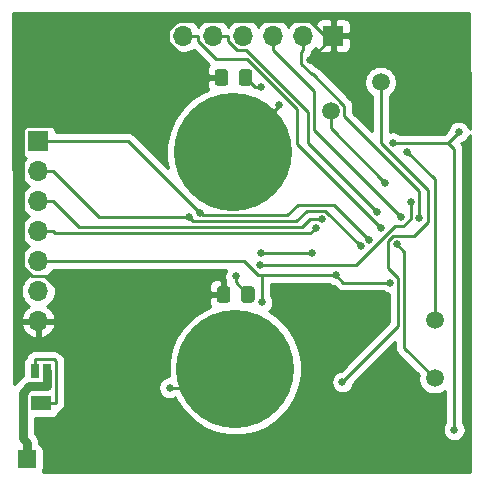
<source format=gbl>
G04 #@! TF.GenerationSoftware,KiCad,Pcbnew,5.1.7-a382d34a8~88~ubuntu18.04.1*
G04 #@! TF.CreationDate,2021-11-20T11:26:47+05:30*
G04 #@! TF.ProjectId,FrontEnd_switch_Normal_v1,46726f6e-7445-46e6-945f-737769746368,rev?*
G04 #@! TF.SameCoordinates,Original*
G04 #@! TF.FileFunction,Copper,L2,Bot*
G04 #@! TF.FilePolarity,Positive*
%FSLAX46Y46*%
G04 Gerber Fmt 4.6, Leading zero omitted, Abs format (unit mm)*
G04 Created by KiCad (PCBNEW 5.1.7-a382d34a8~88~ubuntu18.04.1) date 2021-11-20 11:26:47*
%MOMM*%
%LPD*%
G01*
G04 APERTURE LIST*
G04 #@! TA.AperFunction,SMDPad,CuDef*
%ADD10C,10.000000*%
G04 #@! TD*
G04 #@! TA.AperFunction,ComponentPad*
%ADD11O,1.700000X1.700000*%
G04 #@! TD*
G04 #@! TA.AperFunction,ComponentPad*
%ADD12R,1.700000X1.700000*%
G04 #@! TD*
G04 #@! TA.AperFunction,SMDPad,CuDef*
%ADD13R,0.740000X1.250000*%
G04 #@! TD*
G04 #@! TA.AperFunction,SMDPad,CuDef*
%ADD14R,1.800000X1.250000*%
G04 #@! TD*
G04 #@! TA.AperFunction,ComponentPad*
%ADD15R,1.524000X1.524000*%
G04 #@! TD*
G04 #@! TA.AperFunction,ComponentPad*
%ADD16C,1.500000*%
G04 #@! TD*
G04 #@! TA.AperFunction,ViaPad*
%ADD17C,0.650000*%
G04 #@! TD*
G04 #@! TA.AperFunction,Conductor*
%ADD18C,0.800000*%
G04 #@! TD*
G04 #@! TA.AperFunction,Conductor*
%ADD19C,0.250000*%
G04 #@! TD*
G04 #@! TA.AperFunction,Conductor*
%ADD20C,0.254000*%
G04 #@! TD*
G04 #@! TA.AperFunction,Conductor*
%ADD21C,0.150000*%
G04 #@! TD*
G04 APERTURE END LIST*
G04 #@! TA.AperFunction,SMDPad,CuDef*
G36*
G01*
X115220000Y-85839701D02*
X115220000Y-84939699D01*
G75*
G02*
X115469999Y-84689700I249999J0D01*
G01*
X116120001Y-84689700D01*
G75*
G02*
X116370000Y-84939699I0J-249999D01*
G01*
X116370000Y-85839701D01*
G75*
G02*
X116120001Y-86089700I-249999J0D01*
G01*
X115469999Y-86089700D01*
G75*
G02*
X115220000Y-85839701I0J249999D01*
G01*
G37*
G04 #@! TD.AperFunction*
G04 #@! TA.AperFunction,SMDPad,CuDef*
G36*
G01*
X113170000Y-85839701D02*
X113170000Y-84939699D01*
G75*
G02*
X113419999Y-84689700I249999J0D01*
G01*
X114070001Y-84689700D01*
G75*
G02*
X114320000Y-84939699I0J-249999D01*
G01*
X114320000Y-85839701D01*
G75*
G02*
X114070001Y-86089700I-249999J0D01*
G01*
X113419999Y-86089700D01*
G75*
G02*
X113170000Y-85839701I0J249999D01*
G01*
G37*
G04 #@! TD.AperFunction*
G04 #@! TA.AperFunction,SMDPad,CuDef*
G36*
G01*
X115405000Y-104204001D02*
X115405000Y-103303999D01*
G75*
G02*
X115654999Y-103054000I249999J0D01*
G01*
X116305001Y-103054000D01*
G75*
G02*
X116555000Y-103303999I0J-249999D01*
G01*
X116555000Y-104204001D01*
G75*
G02*
X116305001Y-104454000I-249999J0D01*
G01*
X115654999Y-104454000D01*
G75*
G02*
X115405000Y-104204001I0J249999D01*
G01*
G37*
G04 #@! TD.AperFunction*
G04 #@! TA.AperFunction,SMDPad,CuDef*
G36*
G01*
X113355000Y-104204001D02*
X113355000Y-103303999D01*
G75*
G02*
X113604999Y-103054000I249999J0D01*
G01*
X114255001Y-103054000D01*
G75*
G02*
X114505000Y-103303999I0J-249999D01*
G01*
X114505000Y-104204001D01*
G75*
G02*
X114255001Y-104454000I-249999J0D01*
G01*
X113604999Y-104454000D01*
G75*
G02*
X113355000Y-104204001I0J249999D01*
G01*
G37*
G04 #@! TD.AperFunction*
D10*
X114717000Y-91686400D03*
D11*
X98221900Y-106001000D03*
X98221900Y-103461000D03*
X98221900Y-100921000D03*
X98221900Y-98381000D03*
X98221900Y-95841000D03*
X98221900Y-93301000D03*
D12*
X98221900Y-90761000D03*
D13*
X97928000Y-110220000D03*
D14*
X98458000Y-112970000D03*
D13*
X98988000Y-110220000D03*
D11*
X110523000Y-81833700D03*
X113063000Y-81833700D03*
X115603000Y-81833700D03*
X118143000Y-81833700D03*
X120683000Y-81833700D03*
D12*
X123223000Y-81833700D03*
D15*
X97287100Y-117704000D03*
D10*
X114930000Y-110023000D03*
D16*
X131796000Y-105951000D03*
X131796000Y-110831000D03*
X127223204Y-85774200D03*
X122997000Y-88214200D03*
D17*
X121225700Y-83873300D03*
X107655000Y-91069600D03*
X128008700Y-102736700D03*
X117194300Y-104420600D03*
X123431000Y-102096900D03*
X133834700Y-89994200D03*
X128242500Y-90908600D03*
X133458400Y-115209400D03*
X129483100Y-91698300D03*
X128587800Y-99477800D03*
X127604300Y-94283300D03*
X123995500Y-111150500D03*
X127256600Y-98120600D03*
X126889300Y-96742200D03*
X128949500Y-97148900D03*
X130482500Y-97299200D03*
X111941400Y-96835900D03*
X126266100Y-99111000D03*
X121731100Y-98117700D03*
X122259000Y-97372200D03*
X129781000Y-95946000D03*
X116972100Y-101211500D03*
X109352000Y-111645800D03*
X114956000Y-102214100D03*
X111027900Y-97222600D03*
X125531300Y-99649600D03*
X117113900Y-86172100D03*
X118603100Y-87682900D03*
X117119000Y-100214200D03*
X121424500Y-100214200D03*
D18*
X98988000Y-110220000D02*
X98988000Y-111495300D01*
X97287100Y-117704000D02*
X97287100Y-116291700D01*
X97287100Y-116291700D02*
X96907600Y-115912200D01*
X96907600Y-115912200D02*
X96907600Y-112073400D01*
X96907600Y-112073400D02*
X97485700Y-111495300D01*
X97485700Y-111495300D02*
X98988000Y-111495300D01*
D19*
X122523300Y-81833700D02*
X122523300Y-82575700D01*
X122523300Y-82575700D02*
X121225700Y-83873300D01*
X112242600Y-85389700D02*
X109263000Y-82410100D01*
X109263000Y-82410100D02*
X109263000Y-81348400D01*
X109263000Y-81348400D02*
X110030800Y-80580600D01*
X110030800Y-80580600D02*
X121270200Y-80580600D01*
X121270200Y-80580600D02*
X122523300Y-81833700D01*
X122610400Y-81833700D02*
X122523300Y-81833700D01*
X112242600Y-85389700D02*
X113745000Y-85389700D01*
X107655000Y-89977300D02*
X112242600Y-85389700D01*
X107655000Y-89977300D02*
X107152400Y-89474700D01*
X107152400Y-89474700D02*
X97232800Y-89474700D01*
X97232800Y-89474700D02*
X96937000Y-89770500D01*
X96937000Y-89770500D02*
X96937000Y-101433300D01*
X96937000Y-101433300D02*
X97694700Y-102191000D01*
X97694700Y-102191000D02*
X98790100Y-102191000D01*
X98790100Y-102191000D02*
X101023700Y-104424500D01*
X107655000Y-91069600D02*
X107655000Y-89977300D01*
X101023700Y-104424500D02*
X101694200Y-103754000D01*
X101694200Y-103754000D02*
X113930000Y-103754000D01*
X99447200Y-106001000D02*
X101023700Y-104424500D01*
X123223000Y-81833700D02*
X122610400Y-81833700D01*
X98221900Y-106001000D02*
X99447200Y-106001000D01*
X123431000Y-102096900D02*
X124070800Y-102736700D01*
X124070800Y-102736700D02*
X128008700Y-102736700D01*
X117194300Y-102097500D02*
X123430400Y-102097500D01*
X123430400Y-102097500D02*
X123431000Y-102096900D01*
X99447200Y-100921000D02*
X115691200Y-100921000D01*
X115691200Y-100921000D02*
X116867700Y-102097500D01*
X116867700Y-102097500D02*
X117194300Y-102097500D01*
X117194300Y-102097500D02*
X117194300Y-104420600D01*
X98221900Y-100921000D02*
X99447200Y-100921000D01*
X132920300Y-90908600D02*
X128242500Y-90908600D01*
X132920300Y-90908600D02*
X133458400Y-91446700D01*
X133458400Y-91446700D02*
X133458400Y-115209400D01*
X132920300Y-90908600D02*
X133834700Y-89994200D01*
X131796000Y-105951000D02*
X131796000Y-94011200D01*
X131796000Y-94011200D02*
X129483100Y-91698300D01*
X131796000Y-110831000D02*
X129233400Y-108268400D01*
X129233400Y-108268400D02*
X129233400Y-100123400D01*
X129233400Y-100123400D02*
X128587800Y-99477800D01*
X127604300Y-94283300D02*
X122997000Y-89676000D01*
X122997000Y-89676000D02*
X122997000Y-88214200D01*
X127223200Y-85774200D02*
X127223200Y-90886600D01*
X127223200Y-90886600D02*
X131207100Y-94870500D01*
X131207100Y-94870500D02*
X131207100Y-97583600D01*
X131207100Y-97583600D02*
X130013200Y-98777500D01*
X130013200Y-98777500D02*
X128297800Y-98777500D01*
X128297800Y-98777500D02*
X127871600Y-99203700D01*
X127871600Y-99203700D02*
X127871600Y-101488600D01*
X127871600Y-101488600D02*
X128733100Y-102350100D01*
X128733100Y-102350100D02*
X128733100Y-106412900D01*
X128733100Y-106412900D02*
X123995500Y-111150500D01*
X111748300Y-81833700D02*
X111748300Y-82293200D01*
X111748300Y-82293200D02*
X113252200Y-83797100D01*
X113252200Y-83797100D02*
X115877800Y-83797100D01*
X115877800Y-83797100D02*
X120105800Y-88025100D01*
X120105800Y-88025100D02*
X120105800Y-90969800D01*
X120105800Y-90969800D02*
X127256600Y-98120600D01*
X110523000Y-81833700D02*
X111748300Y-81833700D01*
X114288300Y-81833700D02*
X114288300Y-82293300D01*
X114288300Y-82293300D02*
X115054000Y-83059000D01*
X115054000Y-83059000D02*
X115847400Y-83059000D01*
X115847400Y-83059000D02*
X121106500Y-88318100D01*
X121106500Y-88318100D02*
X121106500Y-90959400D01*
X121106500Y-90959400D02*
X126889300Y-96742200D01*
X113063000Y-81833700D02*
X114288300Y-81833700D01*
X128949500Y-97148900D02*
X121606900Y-89806300D01*
X121606900Y-89806300D02*
X121606900Y-86522900D01*
X121606900Y-86522900D02*
X118143000Y-83059000D01*
X118143000Y-81833700D02*
X118143000Y-83059000D01*
X120683000Y-83059000D02*
X120525400Y-83216600D01*
X120525400Y-83216600D02*
X120525400Y-84230100D01*
X120525400Y-84230100D02*
X121394400Y-85099100D01*
X121394400Y-85099100D02*
X121497500Y-85099100D01*
X121497500Y-85099100D02*
X124154400Y-87756000D01*
X124154400Y-87756000D02*
X124154400Y-88678600D01*
X124154400Y-88678600D02*
X130482500Y-95006700D01*
X130482500Y-95006700D02*
X130482500Y-97299200D01*
X120683000Y-81833700D02*
X120683000Y-83059000D01*
X111941400Y-96835900D02*
X112167300Y-97061800D01*
X112167300Y-97061800D02*
X119322300Y-97061800D01*
X119322300Y-97061800D02*
X120227700Y-96156400D01*
X120227700Y-96156400D02*
X123311500Y-96156400D01*
X123311500Y-96156400D02*
X126266100Y-99111000D01*
X111941400Y-96835900D02*
X105866500Y-90761000D01*
X105866500Y-90761000D02*
X99447200Y-90761000D01*
X98221900Y-90761000D02*
X99447200Y-90761000D01*
X99447200Y-98381000D02*
X99632300Y-98566100D01*
X99632300Y-98566100D02*
X121282700Y-98566100D01*
X121282700Y-98566100D02*
X121731100Y-98117700D01*
X98221900Y-98381000D02*
X99447200Y-98381000D01*
X99447200Y-95841000D02*
X101670800Y-98064600D01*
X101670800Y-98064600D02*
X120592800Y-98064600D01*
X120592800Y-98064600D02*
X121285200Y-97372200D01*
X121285200Y-97372200D02*
X122259000Y-97372200D01*
X98221900Y-95841000D02*
X99447200Y-95841000D01*
X129781000Y-95946000D02*
X129781000Y-97316600D01*
X129781000Y-97316600D02*
X129141900Y-97955700D01*
X129141900Y-97955700D02*
X128412100Y-97955700D01*
X128412100Y-97955700D02*
X125156300Y-101211500D01*
X125156300Y-101211500D02*
X116972100Y-101211500D01*
X109352000Y-111645800D02*
X113307200Y-111645800D01*
X113307200Y-111645800D02*
X114930000Y-110023000D01*
X115980000Y-103754000D02*
X114956000Y-102730000D01*
X114956000Y-102730000D02*
X114956000Y-102214100D01*
X97928000Y-110220000D02*
X97928000Y-109219700D01*
X98458000Y-112970000D02*
X99733300Y-112970000D01*
X99733300Y-112970000D02*
X99763400Y-112939900D01*
X99763400Y-112939900D02*
X99763400Y-109419500D01*
X99763400Y-109419500D02*
X99563600Y-109219700D01*
X99563600Y-109219700D02*
X97928000Y-109219700D01*
X111027900Y-97222600D02*
X111367500Y-97562200D01*
X111367500Y-97562200D02*
X120078800Y-97562200D01*
X120078800Y-97562200D02*
X120984200Y-96656800D01*
X120984200Y-96656800D02*
X122538500Y-96656800D01*
X122538500Y-96656800D02*
X125531300Y-99649600D01*
X111027900Y-97222600D02*
X103368800Y-97222600D01*
X103368800Y-97222600D02*
X99447200Y-93301000D01*
X98221900Y-93301000D02*
X99447200Y-93301000D01*
X115795000Y-85389700D02*
X116577400Y-86172100D01*
X116577400Y-86172100D02*
X117113900Y-86172100D01*
X114717000Y-91686400D02*
X118603100Y-87800300D01*
X118603100Y-87800300D02*
X118603100Y-87682900D01*
X117119000Y-100214200D02*
X121424500Y-100214200D01*
D20*
X134734596Y-79941395D02*
X134757459Y-89713335D01*
X134685441Y-89539469D01*
X134580381Y-89382236D01*
X134446664Y-89248519D01*
X134289431Y-89143459D01*
X134114722Y-89071092D01*
X133929252Y-89034200D01*
X133740148Y-89034200D01*
X133554678Y-89071092D01*
X133379969Y-89143459D01*
X133222736Y-89248519D01*
X133089019Y-89382236D01*
X132983959Y-89539469D01*
X132911592Y-89714178D01*
X132879728Y-89874370D01*
X132605499Y-90148600D01*
X128833034Y-90148600D01*
X128697231Y-90057859D01*
X128522522Y-89985492D01*
X128337052Y-89948600D01*
X128147948Y-89948600D01*
X127983200Y-89981370D01*
X127983200Y-86932112D01*
X128106090Y-86849999D01*
X128299003Y-86657086D01*
X128450575Y-86430243D01*
X128554979Y-86178189D01*
X128608204Y-85910611D01*
X128608204Y-85637789D01*
X128554979Y-85370211D01*
X128450575Y-85118157D01*
X128299003Y-84891314D01*
X128106090Y-84698401D01*
X127879247Y-84546829D01*
X127627193Y-84442425D01*
X127359615Y-84389200D01*
X127086793Y-84389200D01*
X126819215Y-84442425D01*
X126567161Y-84546829D01*
X126340318Y-84698401D01*
X126147405Y-84891314D01*
X125995833Y-85118157D01*
X125891429Y-85370211D01*
X125838204Y-85637789D01*
X125838204Y-85910611D01*
X125891429Y-86178189D01*
X125995833Y-86430243D01*
X126147405Y-86657086D01*
X126340318Y-86849999D01*
X126463200Y-86932106D01*
X126463201Y-89912600D01*
X124914400Y-88363799D01*
X124914400Y-87793322D01*
X124918076Y-87755999D01*
X124914400Y-87718677D01*
X124914400Y-87718667D01*
X124903403Y-87607014D01*
X124859946Y-87463753D01*
X124789375Y-87331725D01*
X124789374Y-87331723D01*
X124718199Y-87244997D01*
X124694401Y-87215999D01*
X124665404Y-87192202D01*
X122061304Y-84588103D01*
X122037501Y-84559099D01*
X121921776Y-84464126D01*
X121789747Y-84393554D01*
X121752295Y-84382193D01*
X121285400Y-83915299D01*
X121285400Y-83522968D01*
X121317974Y-83483276D01*
X121388546Y-83351247D01*
X121432003Y-83207986D01*
X121441361Y-83112974D01*
X121629632Y-82987175D01*
X121761487Y-82855320D01*
X121783498Y-82927880D01*
X121842463Y-83038194D01*
X121921815Y-83134885D01*
X122018506Y-83214237D01*
X122128820Y-83273202D01*
X122248518Y-83309512D01*
X122373000Y-83321772D01*
X122937250Y-83318700D01*
X123096000Y-83159950D01*
X123096000Y-81960700D01*
X123350000Y-81960700D01*
X123350000Y-83159950D01*
X123508750Y-83318700D01*
X124073000Y-83321772D01*
X124197482Y-83309512D01*
X124317180Y-83273202D01*
X124427494Y-83214237D01*
X124524185Y-83134885D01*
X124603537Y-83038194D01*
X124662502Y-82927880D01*
X124698812Y-82808182D01*
X124711072Y-82683700D01*
X124708000Y-82119450D01*
X124549250Y-81960700D01*
X123350000Y-81960700D01*
X123096000Y-81960700D01*
X123076000Y-81960700D01*
X123076000Y-81706700D01*
X123096000Y-81706700D01*
X123096000Y-80507450D01*
X123350000Y-80507450D01*
X123350000Y-81706700D01*
X124549250Y-81706700D01*
X124708000Y-81547950D01*
X124711072Y-80983700D01*
X124698812Y-80859218D01*
X124662502Y-80739520D01*
X124603537Y-80629206D01*
X124524185Y-80532515D01*
X124427494Y-80453163D01*
X124317180Y-80394198D01*
X124197482Y-80357888D01*
X124073000Y-80345628D01*
X123508750Y-80348700D01*
X123350000Y-80507450D01*
X123096000Y-80507450D01*
X122937250Y-80348700D01*
X122373000Y-80345628D01*
X122248518Y-80357888D01*
X122128820Y-80394198D01*
X122018506Y-80453163D01*
X121921815Y-80532515D01*
X121842463Y-80629206D01*
X121783498Y-80739520D01*
X121761487Y-80812080D01*
X121629632Y-80680225D01*
X121386411Y-80517710D01*
X121116158Y-80405768D01*
X120829260Y-80348700D01*
X120536740Y-80348700D01*
X120249842Y-80405768D01*
X119979589Y-80517710D01*
X119736368Y-80680225D01*
X119529525Y-80887068D01*
X119413000Y-81061460D01*
X119296475Y-80887068D01*
X119089632Y-80680225D01*
X118846411Y-80517710D01*
X118576158Y-80405768D01*
X118289260Y-80348700D01*
X117996740Y-80348700D01*
X117709842Y-80405768D01*
X117439589Y-80517710D01*
X117196368Y-80680225D01*
X116989525Y-80887068D01*
X116873000Y-81061460D01*
X116756475Y-80887068D01*
X116549632Y-80680225D01*
X116306411Y-80517710D01*
X116036158Y-80405768D01*
X115749260Y-80348700D01*
X115456740Y-80348700D01*
X115169842Y-80405768D01*
X114899589Y-80517710D01*
X114656368Y-80680225D01*
X114449525Y-80887068D01*
X114333000Y-81061460D01*
X114216475Y-80887068D01*
X114009632Y-80680225D01*
X113766411Y-80517710D01*
X113496158Y-80405768D01*
X113209260Y-80348700D01*
X112916740Y-80348700D01*
X112629842Y-80405768D01*
X112359589Y-80517710D01*
X112116368Y-80680225D01*
X111909525Y-80887068D01*
X111793000Y-81061460D01*
X111676475Y-80887068D01*
X111469632Y-80680225D01*
X111226411Y-80517710D01*
X110956158Y-80405768D01*
X110669260Y-80348700D01*
X110376740Y-80348700D01*
X110089842Y-80405768D01*
X109819589Y-80517710D01*
X109576368Y-80680225D01*
X109369525Y-80887068D01*
X109207010Y-81130289D01*
X109095068Y-81400542D01*
X109038000Y-81687440D01*
X109038000Y-81979960D01*
X109095068Y-82266858D01*
X109207010Y-82537111D01*
X109369525Y-82780332D01*
X109576368Y-82987175D01*
X109819589Y-83149690D01*
X110089842Y-83261632D01*
X110376740Y-83318700D01*
X110669260Y-83318700D01*
X110956158Y-83261632D01*
X111226411Y-83149690D01*
X111408393Y-83028094D01*
X112673739Y-84293441D01*
X112639463Y-84335206D01*
X112580498Y-84445520D01*
X112544188Y-84565218D01*
X112531928Y-84689700D01*
X112535000Y-85103950D01*
X112693750Y-85262700D01*
X113618000Y-85262700D01*
X113618000Y-85242700D01*
X113872000Y-85242700D01*
X113872000Y-85262700D01*
X113892000Y-85262700D01*
X113892000Y-85516700D01*
X113872000Y-85516700D01*
X113872000Y-85536700D01*
X113618000Y-85536700D01*
X113618000Y-85516700D01*
X112693750Y-85516700D01*
X112535000Y-85675450D01*
X112531928Y-86089700D01*
X112544188Y-86214182D01*
X112580498Y-86333880D01*
X112639463Y-86444194D01*
X112641588Y-86446784D01*
X112047827Y-86692728D01*
X111124897Y-87309410D01*
X110340010Y-88094297D01*
X109723328Y-89017227D01*
X109298550Y-90042731D01*
X109082000Y-91131401D01*
X109082000Y-92241399D01*
X109245954Y-93065653D01*
X106430304Y-90250003D01*
X106406501Y-90220999D01*
X106290776Y-90126026D01*
X106158747Y-90055454D01*
X106015486Y-90011997D01*
X105903833Y-90001000D01*
X105903822Y-90001000D01*
X105866500Y-89997324D01*
X105829178Y-90001000D01*
X99709972Y-90001000D01*
X99709972Y-89911000D01*
X99697712Y-89786518D01*
X99661402Y-89666820D01*
X99602437Y-89556506D01*
X99523085Y-89459815D01*
X99426394Y-89380463D01*
X99316080Y-89321498D01*
X99196382Y-89285188D01*
X99071900Y-89272928D01*
X97371900Y-89272928D01*
X97247418Y-89285188D01*
X97127720Y-89321498D01*
X97017406Y-89380463D01*
X96920715Y-89459815D01*
X96841363Y-89556506D01*
X96782398Y-89666820D01*
X96746088Y-89786518D01*
X96733828Y-89911000D01*
X96733828Y-91611000D01*
X96746088Y-91735482D01*
X96782398Y-91855180D01*
X96841363Y-91965494D01*
X96920715Y-92062185D01*
X97017406Y-92141537D01*
X97127720Y-92200502D01*
X97200280Y-92222513D01*
X97068425Y-92354368D01*
X96905910Y-92597589D01*
X96793968Y-92867842D01*
X96736900Y-93154740D01*
X96736900Y-93447260D01*
X96793968Y-93734158D01*
X96905910Y-94004411D01*
X97068425Y-94247632D01*
X97275268Y-94454475D01*
X97449660Y-94571000D01*
X97275268Y-94687525D01*
X97068425Y-94894368D01*
X96905910Y-95137589D01*
X96793968Y-95407842D01*
X96736900Y-95694740D01*
X96736900Y-95987260D01*
X96793968Y-96274158D01*
X96905910Y-96544411D01*
X97068425Y-96787632D01*
X97275268Y-96994475D01*
X97449660Y-97111000D01*
X97275268Y-97227525D01*
X97068425Y-97434368D01*
X96905910Y-97677589D01*
X96793968Y-97947842D01*
X96736900Y-98234740D01*
X96736900Y-98527260D01*
X96793968Y-98814158D01*
X96905910Y-99084411D01*
X97068425Y-99327632D01*
X97275268Y-99534475D01*
X97449660Y-99651000D01*
X97275268Y-99767525D01*
X97068425Y-99974368D01*
X96905910Y-100217589D01*
X96793968Y-100487842D01*
X96736900Y-100774740D01*
X96736900Y-101067260D01*
X96793968Y-101354158D01*
X96905910Y-101624411D01*
X97068425Y-101867632D01*
X97275268Y-102074475D01*
X97449660Y-102191000D01*
X97275268Y-102307525D01*
X97068425Y-102514368D01*
X96905910Y-102757589D01*
X96793968Y-103027842D01*
X96736900Y-103314740D01*
X96736900Y-103607260D01*
X96793968Y-103894158D01*
X96905910Y-104164411D01*
X97068425Y-104407632D01*
X97275268Y-104614475D01*
X97457434Y-104736195D01*
X97340545Y-104805822D01*
X97124312Y-105000731D01*
X96950259Y-105234080D01*
X96825075Y-105496901D01*
X96780424Y-105644110D01*
X96901745Y-105874000D01*
X98094900Y-105874000D01*
X98094900Y-105854000D01*
X98348900Y-105854000D01*
X98348900Y-105874000D01*
X99542055Y-105874000D01*
X99663376Y-105644110D01*
X99618725Y-105496901D01*
X99493541Y-105234080D01*
X99319488Y-105000731D01*
X99103255Y-104805822D01*
X98986366Y-104736195D01*
X99168532Y-104614475D01*
X99375375Y-104407632D01*
X99537890Y-104164411D01*
X99649832Y-103894158D01*
X99706900Y-103607260D01*
X99706900Y-103314740D01*
X99655036Y-103054000D01*
X112716928Y-103054000D01*
X112720000Y-103468250D01*
X112878750Y-103627000D01*
X113803000Y-103627000D01*
X113803000Y-102577750D01*
X113644250Y-102419000D01*
X113355000Y-102415928D01*
X113230518Y-102428188D01*
X113110820Y-102464498D01*
X113000506Y-102523463D01*
X112903815Y-102602815D01*
X112824463Y-102699506D01*
X112765498Y-102809820D01*
X112729188Y-102929518D01*
X112716928Y-103054000D01*
X99655036Y-103054000D01*
X99649832Y-103027842D01*
X99537890Y-102757589D01*
X99375375Y-102514368D01*
X99168532Y-102307525D01*
X98994140Y-102191000D01*
X99168532Y-102074475D01*
X99375375Y-101867632D01*
X99500078Y-101681000D01*
X114157624Y-101681000D01*
X114105259Y-101759369D01*
X114032892Y-101934078D01*
X113996000Y-102119548D01*
X113996000Y-102308652D01*
X114032892Y-102494122D01*
X114064447Y-102570303D01*
X114057000Y-102577750D01*
X114057000Y-103627000D01*
X114077000Y-103627000D01*
X114077000Y-103881000D01*
X114057000Y-103881000D01*
X114057000Y-103901000D01*
X113803000Y-103901000D01*
X113803000Y-103881000D01*
X112878750Y-103881000D01*
X112720000Y-104039750D01*
X112716928Y-104454000D01*
X112729188Y-104578482D01*
X112765498Y-104698180D01*
X112818935Y-104798152D01*
X112260827Y-105029328D01*
X111337897Y-105646010D01*
X110553010Y-106430897D01*
X109936328Y-107353827D01*
X109511550Y-108379331D01*
X109295000Y-109468001D01*
X109295000Y-110577999D01*
X109316443Y-110685800D01*
X109257448Y-110685800D01*
X109071978Y-110722692D01*
X108897269Y-110795059D01*
X108740036Y-110900119D01*
X108606319Y-111033836D01*
X108501259Y-111191069D01*
X108428892Y-111365778D01*
X108392000Y-111551248D01*
X108392000Y-111740352D01*
X108428892Y-111925822D01*
X108501259Y-112100531D01*
X108606319Y-112257764D01*
X108740036Y-112391481D01*
X108897269Y-112496541D01*
X109071978Y-112568908D01*
X109257448Y-112605800D01*
X109446552Y-112605800D01*
X109632022Y-112568908D01*
X109806731Y-112496541D01*
X109844767Y-112471126D01*
X109936328Y-112692173D01*
X110553010Y-113615103D01*
X111337897Y-114399990D01*
X112260827Y-115016672D01*
X113286331Y-115441450D01*
X114375001Y-115658000D01*
X115484999Y-115658000D01*
X116573669Y-115441450D01*
X117599173Y-115016672D01*
X118522103Y-114399990D01*
X119306990Y-113615103D01*
X119923672Y-112692173D01*
X120348450Y-111666669D01*
X120565000Y-110577999D01*
X120565000Y-109468001D01*
X120348450Y-108379331D01*
X119923672Y-107353827D01*
X119306990Y-106430897D01*
X118522103Y-105646010D01*
X117805201Y-105166991D01*
X117806264Y-105166281D01*
X117939981Y-105032564D01*
X118045041Y-104875331D01*
X118117408Y-104700622D01*
X118154300Y-104515152D01*
X118154300Y-104326048D01*
X118117408Y-104140578D01*
X118045041Y-103965869D01*
X117954300Y-103830066D01*
X117954300Y-102857500D01*
X122841364Y-102857500D01*
X122976269Y-102947641D01*
X123150978Y-103020008D01*
X123311170Y-103051872D01*
X123507000Y-103247702D01*
X123530799Y-103276701D01*
X123646524Y-103371674D01*
X123778553Y-103442246D01*
X123921814Y-103485703D01*
X124033467Y-103496700D01*
X124033477Y-103496700D01*
X124070800Y-103500376D01*
X124108123Y-103496700D01*
X127418166Y-103496700D01*
X127553969Y-103587441D01*
X127728678Y-103659808D01*
X127914148Y-103696700D01*
X127973100Y-103696700D01*
X127973101Y-106098097D01*
X123875671Y-110195528D01*
X123715478Y-110227392D01*
X123540769Y-110299759D01*
X123383536Y-110404819D01*
X123249819Y-110538536D01*
X123144759Y-110695769D01*
X123072392Y-110870478D01*
X123035500Y-111055948D01*
X123035500Y-111245052D01*
X123072392Y-111430522D01*
X123144759Y-111605231D01*
X123249819Y-111762464D01*
X123383536Y-111896181D01*
X123540769Y-112001241D01*
X123715478Y-112073608D01*
X123900948Y-112110500D01*
X124090052Y-112110500D01*
X124275522Y-112073608D01*
X124450231Y-112001241D01*
X124607464Y-111896181D01*
X124741181Y-111762464D01*
X124846241Y-111605231D01*
X124918608Y-111430522D01*
X124950472Y-111270329D01*
X128473400Y-107747402D01*
X128473400Y-108231078D01*
X128469724Y-108268400D01*
X128473400Y-108305722D01*
X128473400Y-108305732D01*
X128484397Y-108417385D01*
X128513751Y-108514154D01*
X128527854Y-108560646D01*
X128598426Y-108692676D01*
X128615889Y-108713954D01*
X128693399Y-108808401D01*
X128722403Y-108832204D01*
X130439833Y-110549635D01*
X130411000Y-110694589D01*
X130411000Y-110967411D01*
X130464225Y-111234989D01*
X130568629Y-111487043D01*
X130720201Y-111713886D01*
X130913114Y-111906799D01*
X131139957Y-112058371D01*
X131392011Y-112162775D01*
X131659589Y-112216000D01*
X131932411Y-112216000D01*
X132199989Y-112162775D01*
X132452043Y-112058371D01*
X132678886Y-111906799D01*
X132698401Y-111887284D01*
X132698401Y-114618864D01*
X132607659Y-114754669D01*
X132535292Y-114929378D01*
X132498400Y-115114848D01*
X132498400Y-115303952D01*
X132535292Y-115489422D01*
X132607659Y-115664131D01*
X132712719Y-115821364D01*
X132846436Y-115955081D01*
X133003669Y-116060141D01*
X133178378Y-116132508D01*
X133363848Y-116169400D01*
X133552952Y-116169400D01*
X133738422Y-116132508D01*
X133913131Y-116060141D01*
X134070364Y-115955081D01*
X134204081Y-115821364D01*
X134309141Y-115664131D01*
X134381508Y-115489422D01*
X134418400Y-115303952D01*
X134418400Y-115114848D01*
X134381508Y-114929378D01*
X134309141Y-114754669D01*
X134218400Y-114618866D01*
X134218400Y-91484022D01*
X134222076Y-91446699D01*
X134218400Y-91409376D01*
X134218400Y-91409367D01*
X134207403Y-91297714D01*
X134163946Y-91154453D01*
X134093374Y-91022424D01*
X134022209Y-90935710D01*
X134114722Y-90917308D01*
X134289431Y-90844941D01*
X134446664Y-90739881D01*
X134580381Y-90606164D01*
X134685441Y-90448931D01*
X134757808Y-90274222D01*
X134758760Y-90269436D01*
X134825442Y-118770417D01*
X98603876Y-118775146D01*
X98638602Y-118710180D01*
X98674912Y-118590482D01*
X98687172Y-118466000D01*
X98687172Y-116942000D01*
X98674912Y-116817518D01*
X98638602Y-116697820D01*
X98579637Y-116587506D01*
X98500285Y-116490815D01*
X98403594Y-116411463D01*
X98322100Y-116367903D01*
X98322100Y-116342527D01*
X98327106Y-116291699D01*
X98322100Y-116240871D01*
X98322100Y-116240862D01*
X98307124Y-116088805D01*
X98247941Y-115893707D01*
X98151834Y-115713903D01*
X98022496Y-115556304D01*
X97983003Y-115523893D01*
X97942600Y-115483490D01*
X97942600Y-114233072D01*
X99358000Y-114233072D01*
X99482482Y-114220812D01*
X99602180Y-114184502D01*
X99712494Y-114125537D01*
X99809185Y-114046185D01*
X99888537Y-113949494D01*
X99947502Y-113839180D01*
X99983812Y-113719482D01*
X99986987Y-113687243D01*
X100025547Y-113675546D01*
X100157576Y-113604974D01*
X100273301Y-113510001D01*
X100286869Y-113493468D01*
X100303401Y-113479901D01*
X100398374Y-113364176D01*
X100468946Y-113232147D01*
X100512403Y-113088886D01*
X100523400Y-112977233D01*
X100523400Y-112977222D01*
X100527076Y-112939900D01*
X100523400Y-112902577D01*
X100523400Y-109456823D01*
X100527076Y-109419500D01*
X100523400Y-109382177D01*
X100523400Y-109382167D01*
X100512403Y-109270514D01*
X100468946Y-109127253D01*
X100398374Y-108995224D01*
X100303401Y-108879499D01*
X100274397Y-108855696D01*
X100127404Y-108708703D01*
X100103601Y-108679699D01*
X99987876Y-108584726D01*
X99855847Y-108514154D01*
X99712586Y-108470697D01*
X99600933Y-108459700D01*
X99600922Y-108459700D01*
X99563600Y-108456024D01*
X99526278Y-108459700D01*
X97965333Y-108459700D01*
X97928000Y-108456023D01*
X97890667Y-108459700D01*
X97779014Y-108470697D01*
X97635753Y-108514154D01*
X97503724Y-108584726D01*
X97387999Y-108679699D01*
X97293026Y-108795424D01*
X97222454Y-108927453D01*
X97178997Y-109070714D01*
X97177512Y-109085796D01*
X97106815Y-109143815D01*
X97027463Y-109240506D01*
X96968498Y-109350820D01*
X96932188Y-109470518D01*
X96919928Y-109595000D01*
X96919928Y-110624138D01*
X96907902Y-110630566D01*
X96891197Y-110644276D01*
X96750304Y-110759904D01*
X96717893Y-110799397D01*
X96211693Y-111305597D01*
X96172205Y-111338004D01*
X96160386Y-111352405D01*
X96151010Y-106357890D01*
X96780424Y-106357890D01*
X96825075Y-106505099D01*
X96950259Y-106767920D01*
X97124312Y-107001269D01*
X97340545Y-107196178D01*
X97590648Y-107345157D01*
X97865009Y-107442481D01*
X98094900Y-107321814D01*
X98094900Y-106128000D01*
X98348900Y-106128000D01*
X98348900Y-107321814D01*
X98578791Y-107442481D01*
X98853152Y-107345157D01*
X99103255Y-107196178D01*
X99319488Y-107001269D01*
X99493541Y-106767920D01*
X99618725Y-106505099D01*
X99663376Y-106357890D01*
X99542055Y-106128000D01*
X98348900Y-106128000D01*
X98094900Y-106128000D01*
X96901745Y-106128000D01*
X96780424Y-106357890D01*
X96151010Y-106357890D01*
X96101401Y-79933823D01*
X134734596Y-79941395D01*
G04 #@! TA.AperFunction,Conductor*
D21*
G36*
X134734596Y-79941395D02*
G01*
X134757459Y-89713335D01*
X134685441Y-89539469D01*
X134580381Y-89382236D01*
X134446664Y-89248519D01*
X134289431Y-89143459D01*
X134114722Y-89071092D01*
X133929252Y-89034200D01*
X133740148Y-89034200D01*
X133554678Y-89071092D01*
X133379969Y-89143459D01*
X133222736Y-89248519D01*
X133089019Y-89382236D01*
X132983959Y-89539469D01*
X132911592Y-89714178D01*
X132879728Y-89874370D01*
X132605499Y-90148600D01*
X128833034Y-90148600D01*
X128697231Y-90057859D01*
X128522522Y-89985492D01*
X128337052Y-89948600D01*
X128147948Y-89948600D01*
X127983200Y-89981370D01*
X127983200Y-86932112D01*
X128106090Y-86849999D01*
X128299003Y-86657086D01*
X128450575Y-86430243D01*
X128554979Y-86178189D01*
X128608204Y-85910611D01*
X128608204Y-85637789D01*
X128554979Y-85370211D01*
X128450575Y-85118157D01*
X128299003Y-84891314D01*
X128106090Y-84698401D01*
X127879247Y-84546829D01*
X127627193Y-84442425D01*
X127359615Y-84389200D01*
X127086793Y-84389200D01*
X126819215Y-84442425D01*
X126567161Y-84546829D01*
X126340318Y-84698401D01*
X126147405Y-84891314D01*
X125995833Y-85118157D01*
X125891429Y-85370211D01*
X125838204Y-85637789D01*
X125838204Y-85910611D01*
X125891429Y-86178189D01*
X125995833Y-86430243D01*
X126147405Y-86657086D01*
X126340318Y-86849999D01*
X126463200Y-86932106D01*
X126463201Y-89912600D01*
X124914400Y-88363799D01*
X124914400Y-87793322D01*
X124918076Y-87755999D01*
X124914400Y-87718677D01*
X124914400Y-87718667D01*
X124903403Y-87607014D01*
X124859946Y-87463753D01*
X124789375Y-87331725D01*
X124789374Y-87331723D01*
X124718199Y-87244997D01*
X124694401Y-87215999D01*
X124665404Y-87192202D01*
X122061304Y-84588103D01*
X122037501Y-84559099D01*
X121921776Y-84464126D01*
X121789747Y-84393554D01*
X121752295Y-84382193D01*
X121285400Y-83915299D01*
X121285400Y-83522968D01*
X121317974Y-83483276D01*
X121388546Y-83351247D01*
X121432003Y-83207986D01*
X121441361Y-83112974D01*
X121629632Y-82987175D01*
X121761487Y-82855320D01*
X121783498Y-82927880D01*
X121842463Y-83038194D01*
X121921815Y-83134885D01*
X122018506Y-83214237D01*
X122128820Y-83273202D01*
X122248518Y-83309512D01*
X122373000Y-83321772D01*
X122937250Y-83318700D01*
X123096000Y-83159950D01*
X123096000Y-81960700D01*
X123350000Y-81960700D01*
X123350000Y-83159950D01*
X123508750Y-83318700D01*
X124073000Y-83321772D01*
X124197482Y-83309512D01*
X124317180Y-83273202D01*
X124427494Y-83214237D01*
X124524185Y-83134885D01*
X124603537Y-83038194D01*
X124662502Y-82927880D01*
X124698812Y-82808182D01*
X124711072Y-82683700D01*
X124708000Y-82119450D01*
X124549250Y-81960700D01*
X123350000Y-81960700D01*
X123096000Y-81960700D01*
X123076000Y-81960700D01*
X123076000Y-81706700D01*
X123096000Y-81706700D01*
X123096000Y-80507450D01*
X123350000Y-80507450D01*
X123350000Y-81706700D01*
X124549250Y-81706700D01*
X124708000Y-81547950D01*
X124711072Y-80983700D01*
X124698812Y-80859218D01*
X124662502Y-80739520D01*
X124603537Y-80629206D01*
X124524185Y-80532515D01*
X124427494Y-80453163D01*
X124317180Y-80394198D01*
X124197482Y-80357888D01*
X124073000Y-80345628D01*
X123508750Y-80348700D01*
X123350000Y-80507450D01*
X123096000Y-80507450D01*
X122937250Y-80348700D01*
X122373000Y-80345628D01*
X122248518Y-80357888D01*
X122128820Y-80394198D01*
X122018506Y-80453163D01*
X121921815Y-80532515D01*
X121842463Y-80629206D01*
X121783498Y-80739520D01*
X121761487Y-80812080D01*
X121629632Y-80680225D01*
X121386411Y-80517710D01*
X121116158Y-80405768D01*
X120829260Y-80348700D01*
X120536740Y-80348700D01*
X120249842Y-80405768D01*
X119979589Y-80517710D01*
X119736368Y-80680225D01*
X119529525Y-80887068D01*
X119413000Y-81061460D01*
X119296475Y-80887068D01*
X119089632Y-80680225D01*
X118846411Y-80517710D01*
X118576158Y-80405768D01*
X118289260Y-80348700D01*
X117996740Y-80348700D01*
X117709842Y-80405768D01*
X117439589Y-80517710D01*
X117196368Y-80680225D01*
X116989525Y-80887068D01*
X116873000Y-81061460D01*
X116756475Y-80887068D01*
X116549632Y-80680225D01*
X116306411Y-80517710D01*
X116036158Y-80405768D01*
X115749260Y-80348700D01*
X115456740Y-80348700D01*
X115169842Y-80405768D01*
X114899589Y-80517710D01*
X114656368Y-80680225D01*
X114449525Y-80887068D01*
X114333000Y-81061460D01*
X114216475Y-80887068D01*
X114009632Y-80680225D01*
X113766411Y-80517710D01*
X113496158Y-80405768D01*
X113209260Y-80348700D01*
X112916740Y-80348700D01*
X112629842Y-80405768D01*
X112359589Y-80517710D01*
X112116368Y-80680225D01*
X111909525Y-80887068D01*
X111793000Y-81061460D01*
X111676475Y-80887068D01*
X111469632Y-80680225D01*
X111226411Y-80517710D01*
X110956158Y-80405768D01*
X110669260Y-80348700D01*
X110376740Y-80348700D01*
X110089842Y-80405768D01*
X109819589Y-80517710D01*
X109576368Y-80680225D01*
X109369525Y-80887068D01*
X109207010Y-81130289D01*
X109095068Y-81400542D01*
X109038000Y-81687440D01*
X109038000Y-81979960D01*
X109095068Y-82266858D01*
X109207010Y-82537111D01*
X109369525Y-82780332D01*
X109576368Y-82987175D01*
X109819589Y-83149690D01*
X110089842Y-83261632D01*
X110376740Y-83318700D01*
X110669260Y-83318700D01*
X110956158Y-83261632D01*
X111226411Y-83149690D01*
X111408393Y-83028094D01*
X112673739Y-84293441D01*
X112639463Y-84335206D01*
X112580498Y-84445520D01*
X112544188Y-84565218D01*
X112531928Y-84689700D01*
X112535000Y-85103950D01*
X112693750Y-85262700D01*
X113618000Y-85262700D01*
X113618000Y-85242700D01*
X113872000Y-85242700D01*
X113872000Y-85262700D01*
X113892000Y-85262700D01*
X113892000Y-85516700D01*
X113872000Y-85516700D01*
X113872000Y-85536700D01*
X113618000Y-85536700D01*
X113618000Y-85516700D01*
X112693750Y-85516700D01*
X112535000Y-85675450D01*
X112531928Y-86089700D01*
X112544188Y-86214182D01*
X112580498Y-86333880D01*
X112639463Y-86444194D01*
X112641588Y-86446784D01*
X112047827Y-86692728D01*
X111124897Y-87309410D01*
X110340010Y-88094297D01*
X109723328Y-89017227D01*
X109298550Y-90042731D01*
X109082000Y-91131401D01*
X109082000Y-92241399D01*
X109245954Y-93065653D01*
X106430304Y-90250003D01*
X106406501Y-90220999D01*
X106290776Y-90126026D01*
X106158747Y-90055454D01*
X106015486Y-90011997D01*
X105903833Y-90001000D01*
X105903822Y-90001000D01*
X105866500Y-89997324D01*
X105829178Y-90001000D01*
X99709972Y-90001000D01*
X99709972Y-89911000D01*
X99697712Y-89786518D01*
X99661402Y-89666820D01*
X99602437Y-89556506D01*
X99523085Y-89459815D01*
X99426394Y-89380463D01*
X99316080Y-89321498D01*
X99196382Y-89285188D01*
X99071900Y-89272928D01*
X97371900Y-89272928D01*
X97247418Y-89285188D01*
X97127720Y-89321498D01*
X97017406Y-89380463D01*
X96920715Y-89459815D01*
X96841363Y-89556506D01*
X96782398Y-89666820D01*
X96746088Y-89786518D01*
X96733828Y-89911000D01*
X96733828Y-91611000D01*
X96746088Y-91735482D01*
X96782398Y-91855180D01*
X96841363Y-91965494D01*
X96920715Y-92062185D01*
X97017406Y-92141537D01*
X97127720Y-92200502D01*
X97200280Y-92222513D01*
X97068425Y-92354368D01*
X96905910Y-92597589D01*
X96793968Y-92867842D01*
X96736900Y-93154740D01*
X96736900Y-93447260D01*
X96793968Y-93734158D01*
X96905910Y-94004411D01*
X97068425Y-94247632D01*
X97275268Y-94454475D01*
X97449660Y-94571000D01*
X97275268Y-94687525D01*
X97068425Y-94894368D01*
X96905910Y-95137589D01*
X96793968Y-95407842D01*
X96736900Y-95694740D01*
X96736900Y-95987260D01*
X96793968Y-96274158D01*
X96905910Y-96544411D01*
X97068425Y-96787632D01*
X97275268Y-96994475D01*
X97449660Y-97111000D01*
X97275268Y-97227525D01*
X97068425Y-97434368D01*
X96905910Y-97677589D01*
X96793968Y-97947842D01*
X96736900Y-98234740D01*
X96736900Y-98527260D01*
X96793968Y-98814158D01*
X96905910Y-99084411D01*
X97068425Y-99327632D01*
X97275268Y-99534475D01*
X97449660Y-99651000D01*
X97275268Y-99767525D01*
X97068425Y-99974368D01*
X96905910Y-100217589D01*
X96793968Y-100487842D01*
X96736900Y-100774740D01*
X96736900Y-101067260D01*
X96793968Y-101354158D01*
X96905910Y-101624411D01*
X97068425Y-101867632D01*
X97275268Y-102074475D01*
X97449660Y-102191000D01*
X97275268Y-102307525D01*
X97068425Y-102514368D01*
X96905910Y-102757589D01*
X96793968Y-103027842D01*
X96736900Y-103314740D01*
X96736900Y-103607260D01*
X96793968Y-103894158D01*
X96905910Y-104164411D01*
X97068425Y-104407632D01*
X97275268Y-104614475D01*
X97457434Y-104736195D01*
X97340545Y-104805822D01*
X97124312Y-105000731D01*
X96950259Y-105234080D01*
X96825075Y-105496901D01*
X96780424Y-105644110D01*
X96901745Y-105874000D01*
X98094900Y-105874000D01*
X98094900Y-105854000D01*
X98348900Y-105854000D01*
X98348900Y-105874000D01*
X99542055Y-105874000D01*
X99663376Y-105644110D01*
X99618725Y-105496901D01*
X99493541Y-105234080D01*
X99319488Y-105000731D01*
X99103255Y-104805822D01*
X98986366Y-104736195D01*
X99168532Y-104614475D01*
X99375375Y-104407632D01*
X99537890Y-104164411D01*
X99649832Y-103894158D01*
X99706900Y-103607260D01*
X99706900Y-103314740D01*
X99655036Y-103054000D01*
X112716928Y-103054000D01*
X112720000Y-103468250D01*
X112878750Y-103627000D01*
X113803000Y-103627000D01*
X113803000Y-102577750D01*
X113644250Y-102419000D01*
X113355000Y-102415928D01*
X113230518Y-102428188D01*
X113110820Y-102464498D01*
X113000506Y-102523463D01*
X112903815Y-102602815D01*
X112824463Y-102699506D01*
X112765498Y-102809820D01*
X112729188Y-102929518D01*
X112716928Y-103054000D01*
X99655036Y-103054000D01*
X99649832Y-103027842D01*
X99537890Y-102757589D01*
X99375375Y-102514368D01*
X99168532Y-102307525D01*
X98994140Y-102191000D01*
X99168532Y-102074475D01*
X99375375Y-101867632D01*
X99500078Y-101681000D01*
X114157624Y-101681000D01*
X114105259Y-101759369D01*
X114032892Y-101934078D01*
X113996000Y-102119548D01*
X113996000Y-102308652D01*
X114032892Y-102494122D01*
X114064447Y-102570303D01*
X114057000Y-102577750D01*
X114057000Y-103627000D01*
X114077000Y-103627000D01*
X114077000Y-103881000D01*
X114057000Y-103881000D01*
X114057000Y-103901000D01*
X113803000Y-103901000D01*
X113803000Y-103881000D01*
X112878750Y-103881000D01*
X112720000Y-104039750D01*
X112716928Y-104454000D01*
X112729188Y-104578482D01*
X112765498Y-104698180D01*
X112818935Y-104798152D01*
X112260827Y-105029328D01*
X111337897Y-105646010D01*
X110553010Y-106430897D01*
X109936328Y-107353827D01*
X109511550Y-108379331D01*
X109295000Y-109468001D01*
X109295000Y-110577999D01*
X109316443Y-110685800D01*
X109257448Y-110685800D01*
X109071978Y-110722692D01*
X108897269Y-110795059D01*
X108740036Y-110900119D01*
X108606319Y-111033836D01*
X108501259Y-111191069D01*
X108428892Y-111365778D01*
X108392000Y-111551248D01*
X108392000Y-111740352D01*
X108428892Y-111925822D01*
X108501259Y-112100531D01*
X108606319Y-112257764D01*
X108740036Y-112391481D01*
X108897269Y-112496541D01*
X109071978Y-112568908D01*
X109257448Y-112605800D01*
X109446552Y-112605800D01*
X109632022Y-112568908D01*
X109806731Y-112496541D01*
X109844767Y-112471126D01*
X109936328Y-112692173D01*
X110553010Y-113615103D01*
X111337897Y-114399990D01*
X112260827Y-115016672D01*
X113286331Y-115441450D01*
X114375001Y-115658000D01*
X115484999Y-115658000D01*
X116573669Y-115441450D01*
X117599173Y-115016672D01*
X118522103Y-114399990D01*
X119306990Y-113615103D01*
X119923672Y-112692173D01*
X120348450Y-111666669D01*
X120565000Y-110577999D01*
X120565000Y-109468001D01*
X120348450Y-108379331D01*
X119923672Y-107353827D01*
X119306990Y-106430897D01*
X118522103Y-105646010D01*
X117805201Y-105166991D01*
X117806264Y-105166281D01*
X117939981Y-105032564D01*
X118045041Y-104875331D01*
X118117408Y-104700622D01*
X118154300Y-104515152D01*
X118154300Y-104326048D01*
X118117408Y-104140578D01*
X118045041Y-103965869D01*
X117954300Y-103830066D01*
X117954300Y-102857500D01*
X122841364Y-102857500D01*
X122976269Y-102947641D01*
X123150978Y-103020008D01*
X123311170Y-103051872D01*
X123507000Y-103247702D01*
X123530799Y-103276701D01*
X123646524Y-103371674D01*
X123778553Y-103442246D01*
X123921814Y-103485703D01*
X124033467Y-103496700D01*
X124033477Y-103496700D01*
X124070800Y-103500376D01*
X124108123Y-103496700D01*
X127418166Y-103496700D01*
X127553969Y-103587441D01*
X127728678Y-103659808D01*
X127914148Y-103696700D01*
X127973100Y-103696700D01*
X127973101Y-106098097D01*
X123875671Y-110195528D01*
X123715478Y-110227392D01*
X123540769Y-110299759D01*
X123383536Y-110404819D01*
X123249819Y-110538536D01*
X123144759Y-110695769D01*
X123072392Y-110870478D01*
X123035500Y-111055948D01*
X123035500Y-111245052D01*
X123072392Y-111430522D01*
X123144759Y-111605231D01*
X123249819Y-111762464D01*
X123383536Y-111896181D01*
X123540769Y-112001241D01*
X123715478Y-112073608D01*
X123900948Y-112110500D01*
X124090052Y-112110500D01*
X124275522Y-112073608D01*
X124450231Y-112001241D01*
X124607464Y-111896181D01*
X124741181Y-111762464D01*
X124846241Y-111605231D01*
X124918608Y-111430522D01*
X124950472Y-111270329D01*
X128473400Y-107747402D01*
X128473400Y-108231078D01*
X128469724Y-108268400D01*
X128473400Y-108305722D01*
X128473400Y-108305732D01*
X128484397Y-108417385D01*
X128513751Y-108514154D01*
X128527854Y-108560646D01*
X128598426Y-108692676D01*
X128615889Y-108713954D01*
X128693399Y-108808401D01*
X128722403Y-108832204D01*
X130439833Y-110549635D01*
X130411000Y-110694589D01*
X130411000Y-110967411D01*
X130464225Y-111234989D01*
X130568629Y-111487043D01*
X130720201Y-111713886D01*
X130913114Y-111906799D01*
X131139957Y-112058371D01*
X131392011Y-112162775D01*
X131659589Y-112216000D01*
X131932411Y-112216000D01*
X132199989Y-112162775D01*
X132452043Y-112058371D01*
X132678886Y-111906799D01*
X132698401Y-111887284D01*
X132698401Y-114618864D01*
X132607659Y-114754669D01*
X132535292Y-114929378D01*
X132498400Y-115114848D01*
X132498400Y-115303952D01*
X132535292Y-115489422D01*
X132607659Y-115664131D01*
X132712719Y-115821364D01*
X132846436Y-115955081D01*
X133003669Y-116060141D01*
X133178378Y-116132508D01*
X133363848Y-116169400D01*
X133552952Y-116169400D01*
X133738422Y-116132508D01*
X133913131Y-116060141D01*
X134070364Y-115955081D01*
X134204081Y-115821364D01*
X134309141Y-115664131D01*
X134381508Y-115489422D01*
X134418400Y-115303952D01*
X134418400Y-115114848D01*
X134381508Y-114929378D01*
X134309141Y-114754669D01*
X134218400Y-114618866D01*
X134218400Y-91484022D01*
X134222076Y-91446699D01*
X134218400Y-91409376D01*
X134218400Y-91409367D01*
X134207403Y-91297714D01*
X134163946Y-91154453D01*
X134093374Y-91022424D01*
X134022209Y-90935710D01*
X134114722Y-90917308D01*
X134289431Y-90844941D01*
X134446664Y-90739881D01*
X134580381Y-90606164D01*
X134685441Y-90448931D01*
X134757808Y-90274222D01*
X134758760Y-90269436D01*
X134825442Y-118770417D01*
X98603876Y-118775146D01*
X98638602Y-118710180D01*
X98674912Y-118590482D01*
X98687172Y-118466000D01*
X98687172Y-116942000D01*
X98674912Y-116817518D01*
X98638602Y-116697820D01*
X98579637Y-116587506D01*
X98500285Y-116490815D01*
X98403594Y-116411463D01*
X98322100Y-116367903D01*
X98322100Y-116342527D01*
X98327106Y-116291699D01*
X98322100Y-116240871D01*
X98322100Y-116240862D01*
X98307124Y-116088805D01*
X98247941Y-115893707D01*
X98151834Y-115713903D01*
X98022496Y-115556304D01*
X97983003Y-115523893D01*
X97942600Y-115483490D01*
X97942600Y-114233072D01*
X99358000Y-114233072D01*
X99482482Y-114220812D01*
X99602180Y-114184502D01*
X99712494Y-114125537D01*
X99809185Y-114046185D01*
X99888537Y-113949494D01*
X99947502Y-113839180D01*
X99983812Y-113719482D01*
X99986987Y-113687243D01*
X100025547Y-113675546D01*
X100157576Y-113604974D01*
X100273301Y-113510001D01*
X100286869Y-113493468D01*
X100303401Y-113479901D01*
X100398374Y-113364176D01*
X100468946Y-113232147D01*
X100512403Y-113088886D01*
X100523400Y-112977233D01*
X100523400Y-112977222D01*
X100527076Y-112939900D01*
X100523400Y-112902577D01*
X100523400Y-109456823D01*
X100527076Y-109419500D01*
X100523400Y-109382177D01*
X100523400Y-109382167D01*
X100512403Y-109270514D01*
X100468946Y-109127253D01*
X100398374Y-108995224D01*
X100303401Y-108879499D01*
X100274397Y-108855696D01*
X100127404Y-108708703D01*
X100103601Y-108679699D01*
X99987876Y-108584726D01*
X99855847Y-108514154D01*
X99712586Y-108470697D01*
X99600933Y-108459700D01*
X99600922Y-108459700D01*
X99563600Y-108456024D01*
X99526278Y-108459700D01*
X97965333Y-108459700D01*
X97928000Y-108456023D01*
X97890667Y-108459700D01*
X97779014Y-108470697D01*
X97635753Y-108514154D01*
X97503724Y-108584726D01*
X97387999Y-108679699D01*
X97293026Y-108795424D01*
X97222454Y-108927453D01*
X97178997Y-109070714D01*
X97177512Y-109085796D01*
X97106815Y-109143815D01*
X97027463Y-109240506D01*
X96968498Y-109350820D01*
X96932188Y-109470518D01*
X96919928Y-109595000D01*
X96919928Y-110624138D01*
X96907902Y-110630566D01*
X96891197Y-110644276D01*
X96750304Y-110759904D01*
X96717893Y-110799397D01*
X96211693Y-111305597D01*
X96172205Y-111338004D01*
X96160386Y-111352405D01*
X96151010Y-106357890D01*
X96780424Y-106357890D01*
X96825075Y-106505099D01*
X96950259Y-106767920D01*
X97124312Y-107001269D01*
X97340545Y-107196178D01*
X97590648Y-107345157D01*
X97865009Y-107442481D01*
X98094900Y-107321814D01*
X98094900Y-106128000D01*
X98348900Y-106128000D01*
X98348900Y-107321814D01*
X98578791Y-107442481D01*
X98853152Y-107345157D01*
X99103255Y-107196178D01*
X99319488Y-107001269D01*
X99493541Y-106767920D01*
X99618725Y-106505099D01*
X99663376Y-106357890D01*
X99542055Y-106128000D01*
X98348900Y-106128000D01*
X98094900Y-106128000D01*
X96901745Y-106128000D01*
X96780424Y-106357890D01*
X96151010Y-106357890D01*
X96101401Y-79933823D01*
X134734596Y-79941395D01*
G37*
G04 #@! TD.AperFunction*
M02*

</source>
